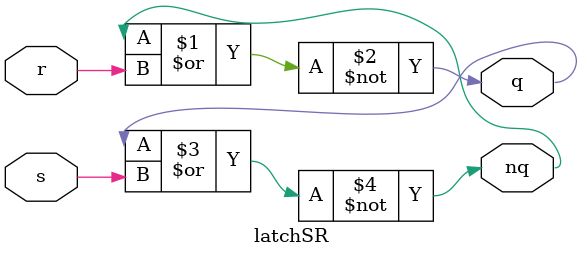
<source format=v>
module latchSR (output q, output nq, input s, input r);
	assign q = ~(nq | r);
	assign nq = ~(q | s);
endmodule

</source>
